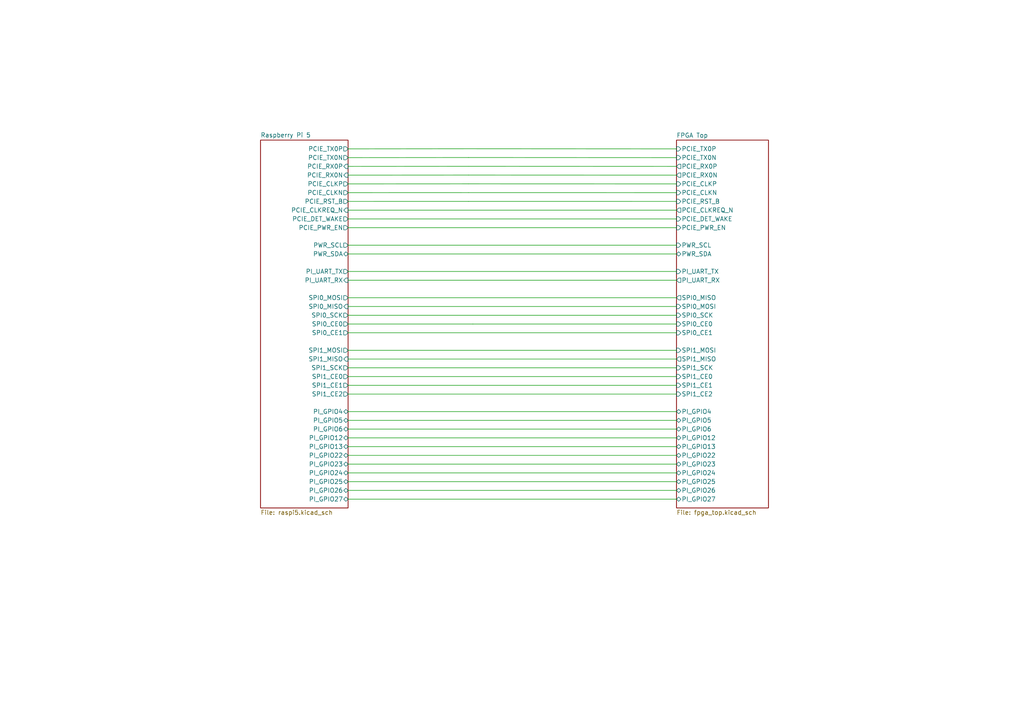
<source format=kicad_sch>
(kicad_sch (version 20230121) (generator eeschema)
  (paper "A4")
  (title_block (title "Pi 5 - Artix XC7A50T - PCIe FPGA Hat") (date "2024-02-14") (rev "0.1") (company "George Smart, M1GEO") (comment 1 "https://github.com/m1geo/Pi5-Artix-FPGA-Hat") (comment 2 "https://www.george-smart.co.uk"))
  (lib_symbols)
  (wire (pts (xy 100.965 109.22) (xy 196.215 109.22)))
  (wire (pts (xy 100.965 53.34) (xy 135.8909 53.3223)))
  (wire (pts (xy 100.965 88.9) (xy 196.215 88.9)))
  (wire (pts (xy 100.965 119.38) (xy 196.215 119.38)))
  (wire (pts (xy 100.965 91.44) (xy 196.215 91.44)))
  (wire (pts (xy 100.965 63.5) (xy 196.215 63.5)))
  (wire (pts (xy 135.8916 45.6882) (xy 196.215 45.72)))
  (wire (pts (xy 100.965 106.68) (xy 196.215 106.68)))
  (wire (pts (xy 100.965 78.74) (xy 196.215 78.74)))
  (wire (pts (xy 100.965 101.6) (xy 196.215 101.6)))
  (wire (pts (xy 100.965 139.7) (xy 196.215 139.7)))
  (wire (pts (xy 100.965 81.28) (xy 196.215 81.28)))
  (wire (pts (xy 100.965 129.54) (xy 196.215 129.54)))
  (wire (pts (xy 100.965 144.78) (xy 196.215 144.78)))
  (wire (pts (xy 100.965 66.04) (xy 196.215 66.04)))
  (wire (pts (xy 135.8911 50.7777) (xy 196.215 50.8)))
  (wire (pts (xy 100.965 48.26) (xy 135.8914 48.2329)))
  (wire (pts (xy 100.965 73.66) (xy 196.215 73.66)))
  (wire (pts (xy 100.965 127) (xy 196.215 127)))
  (wire (pts (xy 100.965 45.72) (xy 135.8916 45.6882)))
  (wire (pts (xy 100.965 124.46) (xy 196.215 124.46)))
  (wire (pts (xy 137.16 93.9837) (xy 196.215 93.98)))
  (wire (pts (xy 100.965 96.52) (xy 196.215 96.52)))
  (wire (pts (xy 135.8909 53.3223) (xy 196.215 53.34)))
  (wire (pts (xy 100.965 93.98) (xy 137.16 93.9837)))
  (wire (pts (xy 135.8914 48.2329) (xy 196.215 48.26)))
  (wire (pts (xy 135.8907 55.8668) (xy 196.215 55.88)))
  (wire (pts (xy 100.965 121.92) (xy 196.215 121.92)))
  (wire (pts (xy 100.965 132.08) (xy 196.215 132.08)))
  (wire (pts (xy 135.8905 58.4113) (xy 196.215 58.42)))
  (wire (pts (xy 100.965 58.42) (xy 135.8905 58.4113)))
  (wire (pts (xy 100.965 55.88) (xy 135.8907 55.8668)))
  (wire (pts (xy 100.965 60.96) (xy 196.215 60.96)))
  (wire (pts (xy 100.965 134.62) (xy 196.215 134.62)))
  (wire (pts (xy 100.965 71.12) (xy 196.215 71.12)))
  (wire (pts (xy 100.965 104.14) (xy 196.215 104.14)))
  (wire (pts (xy 100.965 50.8) (xy 135.8911 50.7777)))
  (wire (pts (xy 100.965 86.36) (xy 196.215 86.36)))
  (wire (pts (xy 100.965 114.3) (xy 196.215 114.3)))
  (wire (pts (xy 100.965 43.18) (xy 135.8918 43.1433)))
  (wire (pts (xy 135.8918 43.1433) (xy 196.215 43.18)))
  (wire (pts (xy 100.965 137.16) (xy 196.215 137.16)))
  (wire (pts (xy 100.965 111.76) (xy 196.215 111.76)))
  (wire (pts (xy 100.965 142.24) (xy 196.215 142.24)))
  (sheet (at 196.215 40.64) (size 26.67 106.68) (stroke (width 0.1524))
    (property "Sheetname" "FPGA Top" (at 196.215 40.005 0) (effects (justify left bottom)))
    (property "Sheetfile" "fpga_top.kicad_sch" (at 196.215 147.9046 0) (effects (justify left top)))
    (pin "PWR_SDA" bidirectional (at 196.215 73.66 180))
    (pin "PWR_SCL" input (at 196.215 71.12 180))
    (pin "PCIE_TX0N" input (at 196.215 45.72 180))
    (pin "PCIE_CLKREQ_N" output (at 196.215 60.96 180))
    (pin "PCIE_PWR_EN" input (at 196.215 66.04 180))
    (pin "PCIE_DET_WAKE" input (at 196.215 63.5 180))
    (pin "PCIE_RST_B" input (at 196.215 58.42 180))
    (pin "PCIE_TX0P" input (at 196.215 43.18 180))
    (pin "PCIE_RX0P" output (at 196.215 48.26 180))
    (pin "PCIE_RX0N" output (at 196.215 50.8 180))
    (pin "PCIE_CLKN" input (at 196.215 55.88 180))
    (pin "PCIE_CLKP" input (at 196.215 53.34 180))
    (pin "SPI0_MISO" output (at 196.215 86.36 180))
    (pin "PI_GPIO27" bidirectional (at 196.215 144.78 180))
    (pin "SPI0_MOSI" input (at 196.215 88.9 180))
    (pin "PI_GPIO22" bidirectional (at 196.215 132.08 180))
    (pin "SPI0_SCK" input (at 196.215 91.44 180))
    (pin "PI_GPIO5" bidirectional (at 196.215 121.92 180))
    (pin "PI_GPIO26" bidirectional (at 196.215 142.24 180))
    (pin "SPI1_MISO" output (at 196.215 104.14 180))
    (pin "PI_UART_RX" output (at 196.215 81.28 180))
    (pin "PI_GPIO13" bidirectional (at 196.215 129.54 180))
    (pin "PI_GPIO6" bidirectional (at 196.215 124.46 180))
    (pin "PI_UART_TX" input (at 196.215 78.74 180))
    (pin "PI_GPIO4" bidirectional (at 196.215 119.38 180))
    (pin "SPI1_CE1" input (at 196.215 111.76 180))
    (pin "PI_GPIO24" bidirectional (at 196.215 137.16 180))
    (pin "SPI0_CE0" input (at 196.215 93.98 180))
    (pin "SPI1_CE0" input (at 196.215 109.22 180))
    (pin "PI_GPIO25" bidirectional (at 196.215 139.7 180))
    (pin "PI_GPIO23" bidirectional (at 196.215 134.62 180))
    (pin "SPI0_CE1" input (at 196.215 96.52 180))
    (pin "PI_GPIO12" bidirectional (at 196.215 127 180))
    (pin "SPI1_CE2" input (at 196.215 114.3 180))
    (pin "SPI1_MOSI" input (at 196.215 101.6 180))
    (pin "SPI1_SCK" input (at 196.215 106.68 180))
  )
  (sheet (at 75.565 40.64) (size 25.4 106.68) (stroke (width 0.1524))
    (property "Sheetname" "Raspberry Pi 5" (at 75.565 39.9284 0) (effects (justify left bottom)))
    (property "Sheetfile" "raspi5.kicad_sch" (at 75.565 147.9046 0) (effects (justify left top)))
    (pin "PWR_SDA" bidirectional (at 100.965 73.66 0))
    (pin "PWR_SCL" output (at 100.965 71.12 0))
    (pin "PI_GPIO4" bidirectional (at 100.965 119.38 0))
    (pin "SPI0_MISO" input (at 100.965 88.9 0))
    (pin "SPI0_MOSI" output (at 100.965 86.36 0))
    (pin "SPI0_SCK" output (at 100.965 91.44 0))
    (pin "SPI1_CE1" output (at 100.965 111.76 0))
    (pin "PI_GPIO27" bidirectional (at 100.965 144.78 0))
    (pin "PI_GPIO22" bidirectional (at 100.965 132.08 0))
    (pin "PI_GPIO5" bidirectional (at 100.965 121.92 0))
    (pin "PI_GPIO6" bidirectional (at 100.965 124.46 0))
    (pin "PI_GPIO13" bidirectional (at 100.965 129.54 0))
    (pin "SPI1_MISO" input (at 100.965 104.14 0))
    (pin "PI_GPIO26" bidirectional (at 100.965 142.24 0))
    (pin "SPI1_SCK" output (at 100.965 106.68 0))
    (pin "PI_UART_RX" input (at 100.965 81.28 0))
    (pin "SPI1_MOSI" output (at 100.965 101.6 0))
    (pin "SPI1_CE2" output (at 100.965 114.3 0))
    (pin "SPI0_CE1" output (at 100.965 96.52 0))
    (pin "PI_GPIO12" bidirectional (at 100.965 127 0))
    (pin "PI_UART_TX" output (at 100.965 78.74 0))
    (pin "SPI0_CE0" output (at 100.965 93.98 0))
    (pin "SPI1_CE0" output (at 100.965 109.22 0))
    (pin "PI_GPIO25" bidirectional (at 100.965 139.7 0))
    (pin "PI_GPIO24" bidirectional (at 100.965 137.16 0))
    (pin "PI_GPIO23" bidirectional (at 100.965 134.62 0))
    (pin "PCIE_RST_B" output (at 100.965 58.42 0))
    (pin "PCIE_CLKREQ_N" input (at 100.965 60.96 0))
    (pin "PCIE_DET_WAKE" output (at 100.965 63.5 0))
    (pin "PCIE_PWR_EN" output (at 100.965 66.04 0))
    (pin "PCIE_TX0N" output (at 100.965 45.72 0))
    (pin "PCIE_TX0P" output (at 100.965 43.18 0))
    (pin "PCIE_RX0P" input (at 100.965 48.26 0))
    (pin "PCIE_CLKN" output (at 100.965 55.88 0))
    (pin "PCIE_RX0N" input (at 100.965 50.8 0))
    (pin "PCIE_CLKP" output (at 100.965 53.34 0))
  )
)
</source>
